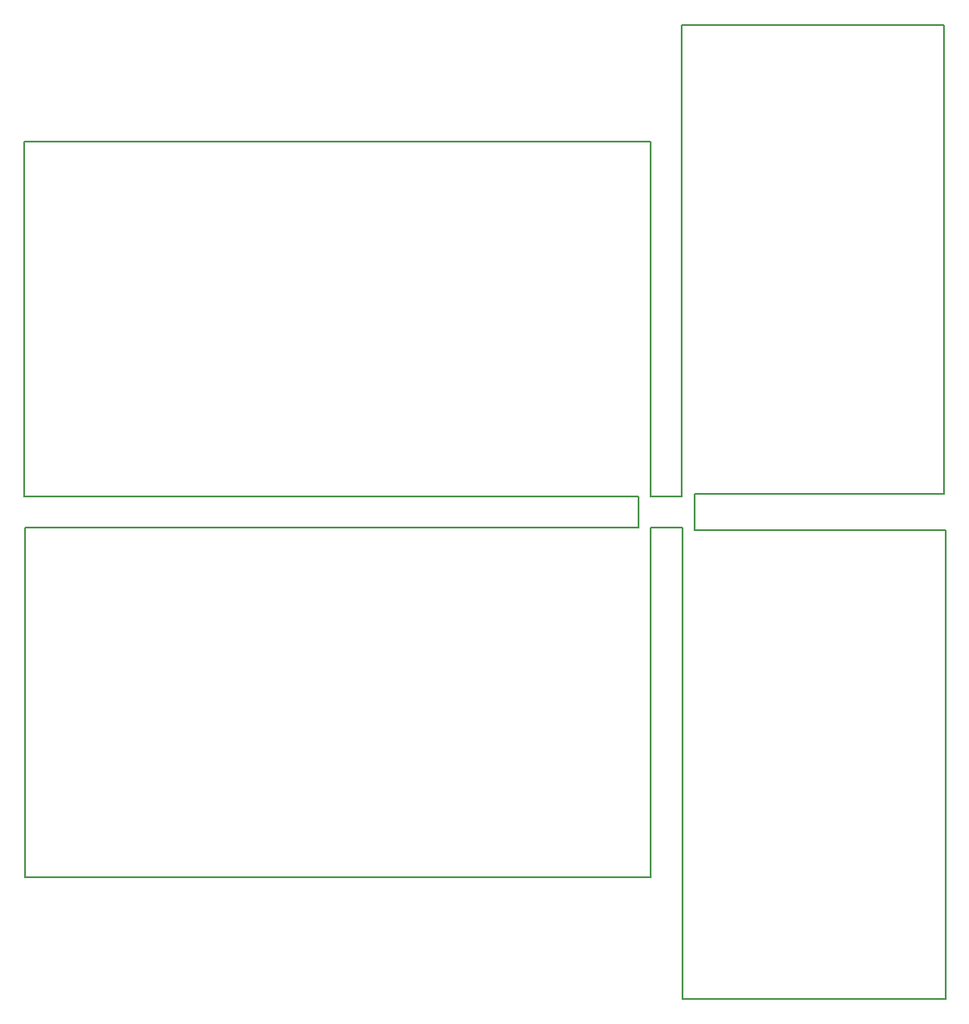
<source format=gbr>
G04 (created by PCBNEW (2013-may-18)-stable) date Сб 30 апр 2016 21:14:56*
%MOIN*%
G04 Gerber Fmt 3.4, Leading zero omitted, Abs format*
%FSLAX34Y34*%
G01*
G70*
G90*
G04 APERTURE LIST*
%ADD10C,0.00590551*%
G04 APERTURE END LIST*
G54D10*
X90200Y-39600D02*
X90150Y-39600D01*
X90200Y-57700D02*
X90200Y-39600D01*
X90150Y-57700D02*
X90200Y-57700D01*
X80550Y-59100D02*
X80550Y-57800D01*
X90250Y-59100D02*
X80550Y-59100D01*
X90250Y-77200D02*
X90250Y-59100D01*
X80100Y-77200D02*
X90250Y-77200D01*
X80100Y-59000D02*
X80100Y-77200D01*
X78850Y-59000D02*
X80100Y-59000D01*
X78850Y-59000D02*
X78850Y-72500D01*
X77800Y-57800D02*
X78400Y-57800D01*
X78400Y-59000D02*
X77800Y-59000D01*
X78400Y-57800D02*
X78400Y-59000D01*
X80550Y-57700D02*
X80550Y-57800D01*
X90150Y-57700D02*
X80550Y-57700D01*
X80050Y-39600D02*
X90150Y-39600D01*
X80050Y-57800D02*
X80050Y-39600D01*
X78850Y-57800D02*
X80050Y-57800D01*
X54650Y-44100D02*
X78850Y-44100D01*
X77800Y-59000D02*
X54700Y-59000D01*
X54650Y-57800D02*
X77800Y-57800D01*
X54650Y-57000D02*
X54650Y-57800D01*
X54800Y-72500D02*
X78825Y-72500D01*
X54650Y-57000D02*
X54650Y-44100D01*
X78850Y-44100D02*
X78850Y-57800D01*
X54700Y-72500D02*
X54800Y-72500D01*
X54700Y-59000D02*
X54700Y-72500D01*
M02*

</source>
